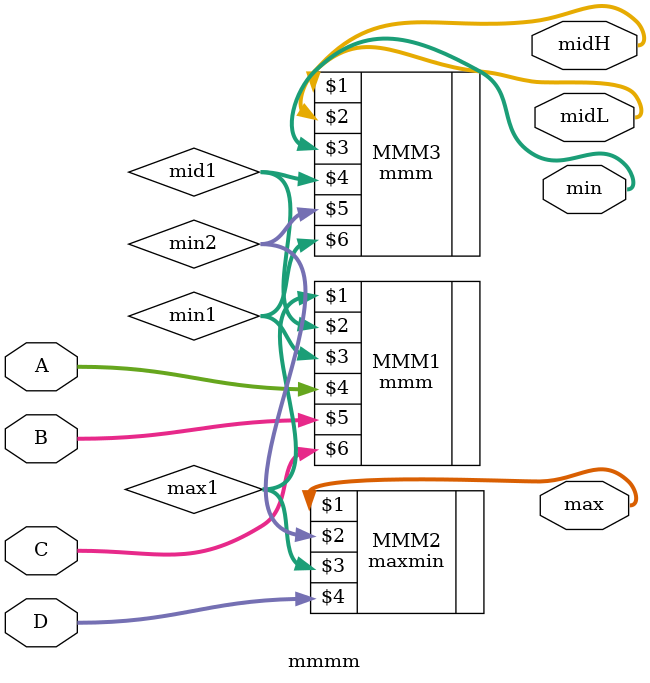
<source format=v>

  
module mmmm (max,midH,midL,min,A,B,C,D);
    input [7:0] A,B,C,D;
    output [7:0] max,midH,midL,min;
  

    wire [7:0] max1,mid1,min1;
    wire [7:0] max,min2;
    wire [7:0] midH,midL,min;
  
  
    mmm MMM1 (max1,mid1,min1, A,B,C);
    
    maxmin MMM2 (max,min2, max1,D);
    
    mmm MMM3 (midH,midL,min, mid1,min2,min1);
  
    endmodule
  
  
</source>
